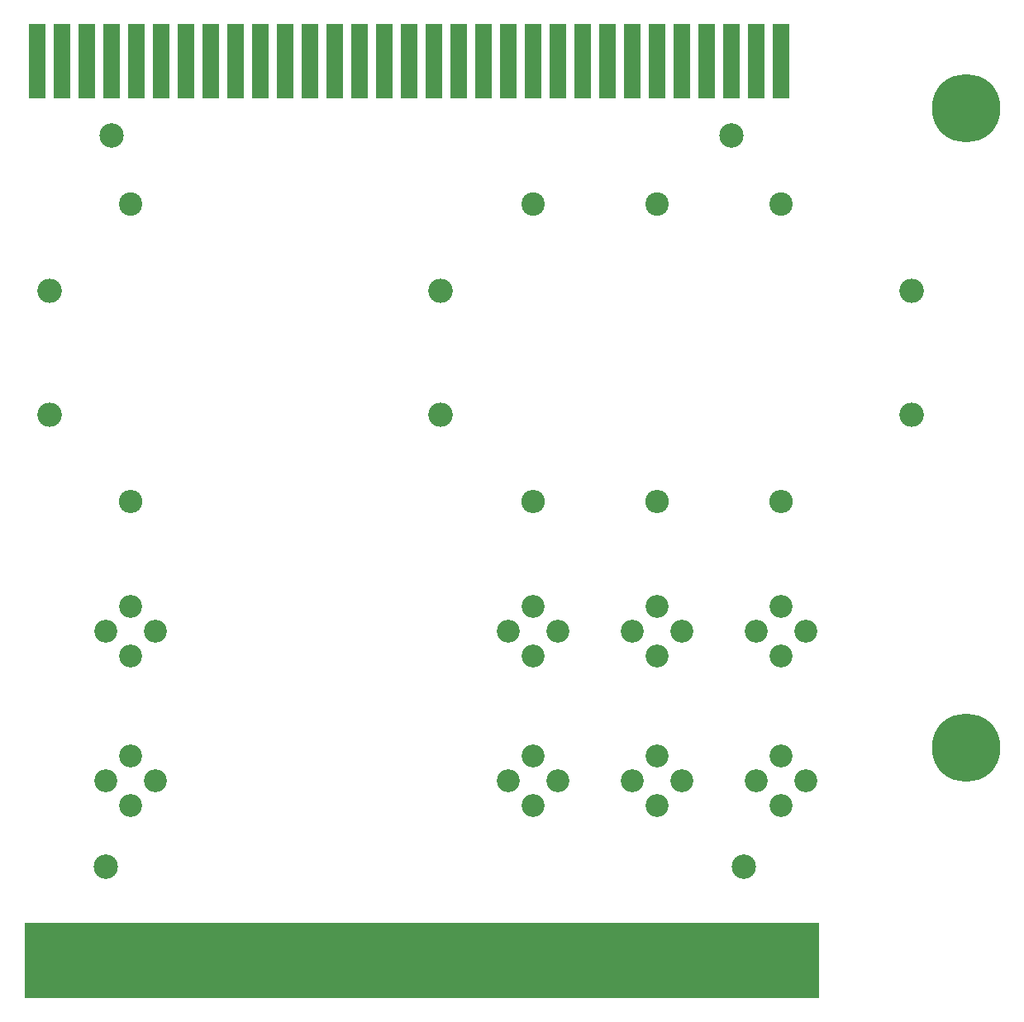
<source format=gts>
%TF.GenerationSoftware,KiCad,Pcbnew,(5.1.9)-1*%
%TF.CreationDate,2021-05-05T16:31:56+08:00*%
%TF.ProjectId,Riser,52697365-722e-46b6-9963-61645f706362,rev?*%
%TF.SameCoordinates,Original*%
%TF.FileFunction,Soldermask,Top*%
%TF.FilePolarity,Negative*%
%FSLAX46Y46*%
G04 Gerber Fmt 4.6, Leading zero omitted, Abs format (unit mm)*
G04 Created by KiCad (PCBNEW (5.1.9)-1) date 2021-05-05 16:31:56*
%MOMM*%
%LPD*%
G01*
G04 APERTURE LIST*
%ADD10C,0.100000*%
%ADD11O,2.400000X2.400000*%
%ADD12C,2.400000*%
%ADD13C,7.000000*%
%ADD14O,2.500000X2.500000*%
%ADD15C,2.500000*%
%ADD16R,1.780000X7.620000*%
%ADD17C,2.350000*%
G04 APERTURE END LIST*
D10*
G36*
X177800000Y-142240000D02*
G01*
X96520000Y-142240000D01*
X96520000Y-134620000D01*
X177800000Y-134620000D01*
X177800000Y-142240000D01*
G37*
X177800000Y-142240000D02*
X96520000Y-142240000D01*
X96520000Y-134620000D01*
X177800000Y-134620000D01*
X177800000Y-142240000D01*
D11*
%TO.C,R2*%
X173990000Y-91440000D03*
D12*
X173990000Y-60960000D03*
%TD*%
D11*
%TO.C,R3*%
X161290000Y-91440000D03*
D12*
X161290000Y-60960000D03*
%TD*%
D11*
%TO.C,R4*%
X148590000Y-91440000D03*
D12*
X148590000Y-60960000D03*
%TD*%
D11*
%TO.C,R1*%
X107315000Y-91440000D03*
D12*
X107315000Y-60960000D03*
%TD*%
D13*
%TO.C,H2*%
X192913000Y-116713000D03*
%TD*%
%TO.C,H1*%
X192913000Y-51181000D03*
%TD*%
D14*
%TO.C,J5*%
X99060000Y-69850000D03*
X99060000Y-82550000D03*
%TD*%
%TO.C,J4*%
X139065000Y-69850000D03*
X139065000Y-82550000D03*
%TD*%
%TO.C,J3*%
X187325000Y-69850000D03*
X187325000Y-82550000D03*
%TD*%
D15*
%TO.C,J7B1*%
X168910000Y-53975000D03*
%TD*%
%TO.C,J7A1*%
X105410000Y-53975000D03*
%TD*%
%TO.C,J6B1*%
X170180000Y-128905000D03*
%TD*%
%TO.C,J6A1*%
X104775000Y-128905000D03*
%TD*%
D16*
%TO.C,J2*%
X97790000Y-46355000D03*
X100330000Y-46355000D03*
X102870000Y-46355000D03*
X105410000Y-46355000D03*
X107950000Y-46355000D03*
X110490000Y-46355000D03*
X113030000Y-46355000D03*
X115570000Y-46355000D03*
X118110000Y-46355000D03*
X120650000Y-46355000D03*
X123190000Y-46355000D03*
X125730000Y-46355000D03*
X128270000Y-46355000D03*
X130810000Y-46355000D03*
X133350000Y-46355000D03*
X135890000Y-46355000D03*
X138430000Y-46355000D03*
X140970000Y-46355000D03*
X143510000Y-46355000D03*
X146050000Y-46355000D03*
X148590000Y-46355000D03*
X151130000Y-46355000D03*
X153670000Y-46355000D03*
X156210000Y-46355000D03*
X158750000Y-46355000D03*
X161290000Y-46355000D03*
X163830000Y-46355000D03*
X166370000Y-46355000D03*
X168910000Y-46355000D03*
X171450000Y-46355000D03*
X173990000Y-46355000D03*
%TD*%
D17*
%TO.C,F4*%
X146050000Y-104775000D03*
X151130000Y-104775000D03*
X146050000Y-120095000D03*
X151130000Y-120095000D03*
X148590000Y-102235000D03*
X148590000Y-107315000D03*
X148590000Y-122635000D03*
X148590000Y-117555000D03*
%TD*%
%TO.C,F3*%
X158750000Y-104775000D03*
X163830000Y-104775000D03*
X158750000Y-120095000D03*
X163830000Y-120095000D03*
X161290000Y-102235000D03*
X161290000Y-107315000D03*
X161290000Y-122635000D03*
X161290000Y-117555000D03*
%TD*%
%TO.C,F2*%
X171450000Y-104775000D03*
X176530000Y-104775000D03*
X171450000Y-120095000D03*
X176530000Y-120095000D03*
X173990000Y-102235000D03*
X173990000Y-107315000D03*
X173990000Y-122635000D03*
X173990000Y-117555000D03*
%TD*%
%TO.C,F1*%
X104775000Y-104775000D03*
X109855000Y-104775000D03*
X104775000Y-120095000D03*
X109855000Y-120095000D03*
X107315000Y-102235000D03*
X107315000Y-107315000D03*
X107315000Y-122635000D03*
X107315000Y-117555000D03*
%TD*%
D16*
%TO.C,J1*%
X99060000Y-138430000D03*
X101600000Y-138430000D03*
X104140000Y-138430000D03*
X106680000Y-138430000D03*
X109220000Y-138430000D03*
X111760000Y-138430000D03*
X114300000Y-138430000D03*
X116840000Y-138430000D03*
X119380000Y-138430000D03*
X121920000Y-138430000D03*
X124460000Y-138430000D03*
X127000000Y-138430000D03*
X129540000Y-138430000D03*
X132080000Y-138430000D03*
X134620000Y-138430000D03*
X137160000Y-138430000D03*
X139700000Y-138430000D03*
X142240000Y-138430000D03*
X144780000Y-138430000D03*
X147320000Y-138430000D03*
X149860000Y-138430000D03*
X152400000Y-138430000D03*
X154940000Y-138430000D03*
X157480000Y-138430000D03*
X160020000Y-138430000D03*
X162560000Y-138430000D03*
X165100000Y-138430000D03*
X167640000Y-138430000D03*
X170180000Y-138430000D03*
X172720000Y-138430000D03*
X175260000Y-138430000D03*
%TD*%
M02*

</source>
